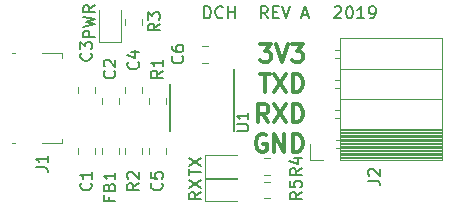
<source format=gbr>
G04 #@! TF.GenerationSoftware,KiCad,Pcbnew,(5.1.4)-1*
G04 #@! TF.CreationDate,2019-11-14T00:10:30-06:00*
G04 #@! TF.ProjectId,USB_Serial,5553425f-5365-4726-9961-6c2e6b696361,rev?*
G04 #@! TF.SameCoordinates,Original*
G04 #@! TF.FileFunction,Legend,Top*
G04 #@! TF.FilePolarity,Positive*
%FSLAX46Y46*%
G04 Gerber Fmt 4.6, Leading zero omitted, Abs format (unit mm)*
G04 Created by KiCad (PCBNEW (5.1.4)-1) date 2019-11-14 00:10:30*
%MOMM*%
%LPD*%
G04 APERTURE LIST*
%ADD10C,0.152400*%
%ADD11C,0.300000*%
%ADD12C,0.120000*%
%ADD13C,0.150000*%
G04 APERTURE END LIST*
D10*
X171508285Y-65040380D02*
X171556666Y-64992000D01*
X171653428Y-64943619D01*
X171895333Y-64943619D01*
X171992095Y-64992000D01*
X172040476Y-65040380D01*
X172088857Y-65137142D01*
X172088857Y-65233904D01*
X172040476Y-65379047D01*
X171459904Y-65959619D01*
X172088857Y-65959619D01*
X172717809Y-64943619D02*
X172814571Y-64943619D01*
X172911333Y-64992000D01*
X172959714Y-65040380D01*
X173008095Y-65137142D01*
X173056476Y-65330666D01*
X173056476Y-65572571D01*
X173008095Y-65766095D01*
X172959714Y-65862857D01*
X172911333Y-65911238D01*
X172814571Y-65959619D01*
X172717809Y-65959619D01*
X172621047Y-65911238D01*
X172572666Y-65862857D01*
X172524285Y-65766095D01*
X172475904Y-65572571D01*
X172475904Y-65330666D01*
X172524285Y-65137142D01*
X172572666Y-65040380D01*
X172621047Y-64992000D01*
X172717809Y-64943619D01*
X174024095Y-65959619D02*
X173443523Y-65959619D01*
X173733809Y-65959619D02*
X173733809Y-64943619D01*
X173637047Y-65088761D01*
X173540285Y-65185523D01*
X173443523Y-65233904D01*
X174507904Y-65959619D02*
X174701428Y-65959619D01*
X174798190Y-65911238D01*
X174846571Y-65862857D01*
X174943333Y-65717714D01*
X174991714Y-65524190D01*
X174991714Y-65137142D01*
X174943333Y-65040380D01*
X174894952Y-64992000D01*
X174798190Y-64943619D01*
X174604666Y-64943619D01*
X174507904Y-64992000D01*
X174459523Y-65040380D01*
X174411142Y-65137142D01*
X174411142Y-65379047D01*
X174459523Y-65475809D01*
X174507904Y-65524190D01*
X174604666Y-65572571D01*
X174798190Y-65572571D01*
X174894952Y-65524190D01*
X174943333Y-65475809D01*
X174991714Y-65379047D01*
X165846952Y-65959619D02*
X165508285Y-65475809D01*
X165266380Y-65959619D02*
X165266380Y-64943619D01*
X165653428Y-64943619D01*
X165750190Y-64992000D01*
X165798571Y-65040380D01*
X165846952Y-65137142D01*
X165846952Y-65282285D01*
X165798571Y-65379047D01*
X165750190Y-65427428D01*
X165653428Y-65475809D01*
X165266380Y-65475809D01*
X166282380Y-65427428D02*
X166621047Y-65427428D01*
X166766190Y-65959619D02*
X166282380Y-65959619D01*
X166282380Y-64943619D01*
X166766190Y-64943619D01*
X167056476Y-64943619D02*
X167395142Y-65959619D01*
X167733809Y-64943619D01*
X168798190Y-65669333D02*
X169282000Y-65669333D01*
X168701428Y-65959619D02*
X169040095Y-64943619D01*
X169378761Y-65959619D01*
X160443714Y-65959619D02*
X160443714Y-64943619D01*
X160685619Y-64943619D01*
X160830761Y-64992000D01*
X160927523Y-65088761D01*
X160975904Y-65185523D01*
X161024285Y-65379047D01*
X161024285Y-65524190D01*
X160975904Y-65717714D01*
X160927523Y-65814476D01*
X160830761Y-65911238D01*
X160685619Y-65959619D01*
X160443714Y-65959619D01*
X162040285Y-65862857D02*
X161991904Y-65911238D01*
X161846761Y-65959619D01*
X161750000Y-65959619D01*
X161604857Y-65911238D01*
X161508095Y-65814476D01*
X161459714Y-65717714D01*
X161411333Y-65524190D01*
X161411333Y-65379047D01*
X161459714Y-65185523D01*
X161508095Y-65088761D01*
X161604857Y-64992000D01*
X161750000Y-64943619D01*
X161846761Y-64943619D01*
X161991904Y-64992000D01*
X162040285Y-65040380D01*
X162475714Y-65959619D02*
X162475714Y-64943619D01*
X162475714Y-65427428D02*
X163056285Y-65427428D01*
X163056285Y-65959619D02*
X163056285Y-64943619D01*
D11*
X165687142Y-75850000D02*
X165544285Y-75778571D01*
X165330000Y-75778571D01*
X165115714Y-75850000D01*
X164972857Y-75992857D01*
X164901428Y-76135714D01*
X164830000Y-76421428D01*
X164830000Y-76635714D01*
X164901428Y-76921428D01*
X164972857Y-77064285D01*
X165115714Y-77207142D01*
X165330000Y-77278571D01*
X165472857Y-77278571D01*
X165687142Y-77207142D01*
X165758571Y-77135714D01*
X165758571Y-76635714D01*
X165472857Y-76635714D01*
X166401428Y-77278571D02*
X166401428Y-75778571D01*
X167258571Y-77278571D01*
X167258571Y-75778571D01*
X167972857Y-77278571D02*
X167972857Y-75778571D01*
X168330000Y-75778571D01*
X168544285Y-75850000D01*
X168687142Y-75992857D01*
X168758571Y-76135714D01*
X168830000Y-76421428D01*
X168830000Y-76635714D01*
X168758571Y-76921428D01*
X168687142Y-77064285D01*
X168544285Y-77207142D01*
X168330000Y-77278571D01*
X167972857Y-77278571D01*
X165187143Y-68158571D02*
X166115714Y-68158571D01*
X165615714Y-68730000D01*
X165830000Y-68730000D01*
X165972857Y-68801428D01*
X166044286Y-68872857D01*
X166115714Y-69015714D01*
X166115714Y-69372857D01*
X166044286Y-69515714D01*
X165972857Y-69587142D01*
X165830000Y-69658571D01*
X165401428Y-69658571D01*
X165258571Y-69587142D01*
X165187143Y-69515714D01*
X166544286Y-68158571D02*
X167044286Y-69658571D01*
X167544286Y-68158571D01*
X167901428Y-68158571D02*
X168830000Y-68158571D01*
X168330000Y-68730000D01*
X168544286Y-68730000D01*
X168687143Y-68801428D01*
X168758571Y-68872857D01*
X168830000Y-69015714D01*
X168830000Y-69372857D01*
X168758571Y-69515714D01*
X168687143Y-69587142D01*
X168544286Y-69658571D01*
X168115714Y-69658571D01*
X167972857Y-69587142D01*
X167901428Y-69515714D01*
X165901429Y-74758571D02*
X165401429Y-74044285D01*
X165044286Y-74758571D02*
X165044286Y-73258571D01*
X165615714Y-73258571D01*
X165758571Y-73330000D01*
X165830000Y-73401428D01*
X165901429Y-73544285D01*
X165901429Y-73758571D01*
X165830000Y-73901428D01*
X165758571Y-73972857D01*
X165615714Y-74044285D01*
X165044286Y-74044285D01*
X166401429Y-73258571D02*
X167401429Y-74758571D01*
X167401429Y-73258571D02*
X166401429Y-74758571D01*
X167972857Y-74758571D02*
X167972857Y-73258571D01*
X168330000Y-73258571D01*
X168544286Y-73330000D01*
X168687143Y-73472857D01*
X168758571Y-73615714D01*
X168830000Y-73901428D01*
X168830000Y-74115714D01*
X168758571Y-74401428D01*
X168687143Y-74544285D01*
X168544286Y-74687142D01*
X168330000Y-74758571D01*
X167972857Y-74758571D01*
X165187142Y-70678571D02*
X166044285Y-70678571D01*
X165615714Y-72178571D02*
X165615714Y-70678571D01*
X166401428Y-70678571D02*
X167401428Y-72178571D01*
X167401428Y-70678571D02*
X166401428Y-72178571D01*
X167972857Y-72178571D02*
X167972857Y-70678571D01*
X168330000Y-70678571D01*
X168544285Y-70750000D01*
X168687142Y-70892857D01*
X168758571Y-71035714D01*
X168830000Y-71321428D01*
X168830000Y-71535714D01*
X168758571Y-71821428D01*
X168687142Y-71964285D01*
X168544285Y-72107142D01*
X168330000Y-72178571D01*
X167972857Y-72178571D01*
D12*
X165491422Y-81210000D02*
X166008578Y-81210000D01*
X165491422Y-79790000D02*
X166008578Y-79790000D01*
X165491422Y-79210000D02*
X166008578Y-79210000D01*
X165491422Y-77790000D02*
X166008578Y-77790000D01*
X155210000Y-66508578D02*
X155210000Y-65991422D01*
X153790000Y-66508578D02*
X153790000Y-65991422D01*
X153460000Y-67935000D02*
X153460000Y-65250000D01*
X151540000Y-67935000D02*
X153460000Y-67935000D01*
X151540000Y-65250000D02*
X151540000Y-67935000D01*
X170500000Y-77930000D02*
X169390000Y-77930000D01*
X169390000Y-77930000D02*
X169390000Y-76600000D01*
X180590000Y-77930000D02*
X180590000Y-67650000D01*
X180590000Y-67650000D02*
X171960000Y-67650000D01*
X171960000Y-77930000D02*
X171960000Y-67650000D01*
X180590000Y-77930000D02*
X171960000Y-77930000D01*
X180590000Y-70250000D02*
X171960000Y-70250000D01*
X180590000Y-72790000D02*
X171960000Y-72790000D01*
X180590000Y-75330000D02*
X171960000Y-75330000D01*
X171960000Y-68620000D02*
X171550000Y-68620000D01*
X171960000Y-69340000D02*
X171550000Y-69340000D01*
X171960000Y-71160000D02*
X171550000Y-71160000D01*
X171960000Y-71880000D02*
X171550000Y-71880000D01*
X171960000Y-73700000D02*
X171550000Y-73700000D01*
X171960000Y-74420000D02*
X171550000Y-74420000D01*
X171960000Y-76240000D02*
X171610000Y-76240000D01*
X171960000Y-76960000D02*
X171610000Y-76960000D01*
X180590000Y-75448100D02*
X171960000Y-75448100D01*
X180590000Y-75566195D02*
X171960000Y-75566195D01*
X180590000Y-75684290D02*
X171960000Y-75684290D01*
X180590000Y-75802385D02*
X171960000Y-75802385D01*
X180590000Y-75920480D02*
X171960000Y-75920480D01*
X180590000Y-76038575D02*
X171960000Y-76038575D01*
X180590000Y-76156670D02*
X171960000Y-76156670D01*
X180590000Y-76274765D02*
X171960000Y-76274765D01*
X180590000Y-76392860D02*
X171960000Y-76392860D01*
X180590000Y-76510955D02*
X171960000Y-76510955D01*
X180590000Y-76629050D02*
X171960000Y-76629050D01*
X180590000Y-76747145D02*
X171960000Y-76747145D01*
X180590000Y-76865240D02*
X171960000Y-76865240D01*
X180590000Y-76983335D02*
X171960000Y-76983335D01*
X180590000Y-77101430D02*
X171960000Y-77101430D01*
X180590000Y-77219525D02*
X171960000Y-77219525D01*
X180590000Y-77337620D02*
X171960000Y-77337620D01*
X180590000Y-77455715D02*
X171960000Y-77455715D01*
X180590000Y-77573810D02*
X171960000Y-77573810D01*
X180590000Y-77691905D02*
X171960000Y-77691905D01*
X180590000Y-77810000D02*
X171960000Y-77810000D01*
X155210000Y-72321078D02*
X155210000Y-71803922D01*
X153790000Y-72321078D02*
X153790000Y-71803922D01*
X155790000Y-72741422D02*
X155790000Y-73258578D01*
X157210000Y-72741422D02*
X157210000Y-73258578D01*
X149790000Y-71741422D02*
X149790000Y-72258578D01*
X151210000Y-71741422D02*
X151210000Y-72258578D01*
X153210000Y-73196078D02*
X153210000Y-72678922D01*
X151790000Y-73196078D02*
X151790000Y-72678922D01*
X151210000Y-77446078D02*
X151210000Y-76928922D01*
X149790000Y-77446078D02*
X149790000Y-76928922D01*
X151790000Y-76928922D02*
X151790000Y-77446078D01*
X153210000Y-76928922D02*
X153210000Y-77446078D01*
X160565000Y-81460000D02*
X163250000Y-81460000D01*
X160565000Y-79540000D02*
X160565000Y-81460000D01*
X163250000Y-79540000D02*
X160565000Y-79540000D01*
X160565000Y-79460000D02*
X163250000Y-79460000D01*
X160565000Y-77540000D02*
X160565000Y-79460000D01*
X163250000Y-77540000D02*
X160565000Y-77540000D01*
X160241422Y-69710000D02*
X160758578Y-69710000D01*
X160241422Y-68290000D02*
X160758578Y-68290000D01*
X155790000Y-76928922D02*
X155790000Y-77446078D01*
X157210000Y-76928922D02*
X157210000Y-77446078D01*
X153790000Y-76928922D02*
X153790000Y-77446078D01*
X155210000Y-76928922D02*
X155210000Y-77446078D01*
D13*
X162975000Y-70225000D02*
X162975000Y-75500000D01*
X157575000Y-71500000D02*
X157575000Y-75500000D01*
D12*
X144150000Y-68940000D02*
X144410000Y-68940000D01*
X146690000Y-68940000D02*
X148460000Y-68940000D01*
X148460000Y-68940000D02*
X148460000Y-69320000D01*
X148460000Y-76560000D02*
X146690000Y-76560000D01*
X144410000Y-76560000D02*
X144150000Y-76560000D01*
X148460000Y-76560000D02*
X148460000Y-76180000D01*
D13*
X168702380Y-80666666D02*
X168226190Y-81000000D01*
X168702380Y-81238095D02*
X167702380Y-81238095D01*
X167702380Y-80857142D01*
X167750000Y-80761904D01*
X167797619Y-80714285D01*
X167892857Y-80666666D01*
X168035714Y-80666666D01*
X168130952Y-80714285D01*
X168178571Y-80761904D01*
X168226190Y-80857142D01*
X168226190Y-81238095D01*
X167702380Y-79761904D02*
X167702380Y-80238095D01*
X168178571Y-80285714D01*
X168130952Y-80238095D01*
X168083333Y-80142857D01*
X168083333Y-79904761D01*
X168130952Y-79809523D01*
X168178571Y-79761904D01*
X168273809Y-79714285D01*
X168511904Y-79714285D01*
X168607142Y-79761904D01*
X168654761Y-79809523D01*
X168702380Y-79904761D01*
X168702380Y-80142857D01*
X168654761Y-80238095D01*
X168607142Y-80285714D01*
X168702380Y-78666666D02*
X168226190Y-79000000D01*
X168702380Y-79238095D02*
X167702380Y-79238095D01*
X167702380Y-78857142D01*
X167750000Y-78761904D01*
X167797619Y-78714285D01*
X167892857Y-78666666D01*
X168035714Y-78666666D01*
X168130952Y-78714285D01*
X168178571Y-78761904D01*
X168226190Y-78857142D01*
X168226190Y-79238095D01*
X168035714Y-77809523D02*
X168702380Y-77809523D01*
X167654761Y-78047619D02*
X168369047Y-78285714D01*
X168369047Y-77666666D01*
X156702380Y-66416666D02*
X156226190Y-66750000D01*
X156702380Y-66988095D02*
X155702380Y-66988095D01*
X155702380Y-66607142D01*
X155750000Y-66511904D01*
X155797619Y-66464285D01*
X155892857Y-66416666D01*
X156035714Y-66416666D01*
X156130952Y-66464285D01*
X156178571Y-66511904D01*
X156226190Y-66607142D01*
X156226190Y-66988095D01*
X155702380Y-66083333D02*
X155702380Y-65464285D01*
X156083333Y-65797619D01*
X156083333Y-65654761D01*
X156130952Y-65559523D01*
X156178571Y-65511904D01*
X156273809Y-65464285D01*
X156511904Y-65464285D01*
X156607142Y-65511904D01*
X156654761Y-65559523D01*
X156702380Y-65654761D01*
X156702380Y-65940476D01*
X156654761Y-66035714D01*
X156607142Y-66083333D01*
X151202380Y-67583333D02*
X150202380Y-67583333D01*
X150202380Y-67202380D01*
X150250000Y-67107142D01*
X150297619Y-67059523D01*
X150392857Y-67011904D01*
X150535714Y-67011904D01*
X150630952Y-67059523D01*
X150678571Y-67107142D01*
X150726190Y-67202380D01*
X150726190Y-67583333D01*
X150202380Y-66678571D02*
X151202380Y-66440476D01*
X150488095Y-66250000D01*
X151202380Y-66059523D01*
X150202380Y-65821428D01*
X151202380Y-64869047D02*
X150726190Y-65202380D01*
X151202380Y-65440476D02*
X150202380Y-65440476D01*
X150202380Y-65059523D01*
X150250000Y-64964285D01*
X150297619Y-64916666D01*
X150392857Y-64869047D01*
X150535714Y-64869047D01*
X150630952Y-64916666D01*
X150678571Y-64964285D01*
X150726190Y-65059523D01*
X150726190Y-65440476D01*
X174332380Y-79703333D02*
X175046666Y-79703333D01*
X175189523Y-79750952D01*
X175284761Y-79846190D01*
X175332380Y-79989047D01*
X175332380Y-80084285D01*
X174427619Y-79274761D02*
X174380000Y-79227142D01*
X174332380Y-79131904D01*
X174332380Y-78893809D01*
X174380000Y-78798571D01*
X174427619Y-78750952D01*
X174522857Y-78703333D01*
X174618095Y-78703333D01*
X174760952Y-78750952D01*
X175332380Y-79322380D01*
X175332380Y-78703333D01*
X154952380Y-79916666D02*
X154476190Y-80250000D01*
X154952380Y-80488095D02*
X153952380Y-80488095D01*
X153952380Y-80107142D01*
X154000000Y-80011904D01*
X154047619Y-79964285D01*
X154142857Y-79916666D01*
X154285714Y-79916666D01*
X154380952Y-79964285D01*
X154428571Y-80011904D01*
X154476190Y-80107142D01*
X154476190Y-80488095D01*
X154047619Y-79535714D02*
X154000000Y-79488095D01*
X153952380Y-79392857D01*
X153952380Y-79154761D01*
X154000000Y-79059523D01*
X154047619Y-79011904D01*
X154142857Y-78964285D01*
X154238095Y-78964285D01*
X154380952Y-79011904D01*
X154952380Y-79583333D01*
X154952380Y-78964285D01*
X156952380Y-70416666D02*
X156476190Y-70750000D01*
X156952380Y-70988095D02*
X155952380Y-70988095D01*
X155952380Y-70607142D01*
X156000000Y-70511904D01*
X156047619Y-70464285D01*
X156142857Y-70416666D01*
X156285714Y-70416666D01*
X156380952Y-70464285D01*
X156428571Y-70511904D01*
X156476190Y-70607142D01*
X156476190Y-70988095D01*
X156952380Y-69464285D02*
X156952380Y-70035714D01*
X156952380Y-69750000D02*
X155952380Y-69750000D01*
X156095238Y-69845238D01*
X156190476Y-69940476D01*
X156238095Y-70035714D01*
X150857142Y-68916666D02*
X150904761Y-68964285D01*
X150952380Y-69107142D01*
X150952380Y-69202380D01*
X150904761Y-69345238D01*
X150809523Y-69440476D01*
X150714285Y-69488095D01*
X150523809Y-69535714D01*
X150380952Y-69535714D01*
X150190476Y-69488095D01*
X150095238Y-69440476D01*
X150000000Y-69345238D01*
X149952380Y-69202380D01*
X149952380Y-69107142D01*
X150000000Y-68964285D01*
X150047619Y-68916666D01*
X149952380Y-68583333D02*
X149952380Y-67964285D01*
X150333333Y-68297619D01*
X150333333Y-68154761D01*
X150380952Y-68059523D01*
X150428571Y-68011904D01*
X150523809Y-67964285D01*
X150761904Y-67964285D01*
X150857142Y-68011904D01*
X150904761Y-68059523D01*
X150952380Y-68154761D01*
X150952380Y-68440476D01*
X150904761Y-68535714D01*
X150857142Y-68583333D01*
X152857142Y-70416666D02*
X152904761Y-70464285D01*
X152952380Y-70607142D01*
X152952380Y-70702380D01*
X152904761Y-70845238D01*
X152809523Y-70940476D01*
X152714285Y-70988095D01*
X152523809Y-71035714D01*
X152380952Y-71035714D01*
X152190476Y-70988095D01*
X152095238Y-70940476D01*
X152000000Y-70845238D01*
X151952380Y-70702380D01*
X151952380Y-70607142D01*
X152000000Y-70464285D01*
X152047619Y-70416666D01*
X152047619Y-70035714D02*
X152000000Y-69988095D01*
X151952380Y-69892857D01*
X151952380Y-69654761D01*
X152000000Y-69559523D01*
X152047619Y-69511904D01*
X152142857Y-69464285D01*
X152238095Y-69464285D01*
X152380952Y-69511904D01*
X152952380Y-70083333D01*
X152952380Y-69464285D01*
X150857142Y-79916666D02*
X150904761Y-79964285D01*
X150952380Y-80107142D01*
X150952380Y-80202380D01*
X150904761Y-80345238D01*
X150809523Y-80440476D01*
X150714285Y-80488095D01*
X150523809Y-80535714D01*
X150380952Y-80535714D01*
X150190476Y-80488095D01*
X150095238Y-80440476D01*
X150000000Y-80345238D01*
X149952380Y-80202380D01*
X149952380Y-80107142D01*
X150000000Y-79964285D01*
X150047619Y-79916666D01*
X150952380Y-78964285D02*
X150952380Y-79535714D01*
X150952380Y-79250000D02*
X149952380Y-79250000D01*
X150095238Y-79345238D01*
X150190476Y-79440476D01*
X150238095Y-79535714D01*
X152428571Y-81083333D02*
X152428571Y-81416666D01*
X152952380Y-81416666D02*
X151952380Y-81416666D01*
X151952380Y-80940476D01*
X152428571Y-80226190D02*
X152476190Y-80083333D01*
X152523809Y-80035714D01*
X152619047Y-79988095D01*
X152761904Y-79988095D01*
X152857142Y-80035714D01*
X152904761Y-80083333D01*
X152952380Y-80178571D01*
X152952380Y-80559523D01*
X151952380Y-80559523D01*
X151952380Y-80226190D01*
X152000000Y-80130952D01*
X152047619Y-80083333D01*
X152142857Y-80035714D01*
X152238095Y-80035714D01*
X152333333Y-80083333D01*
X152380952Y-80130952D01*
X152428571Y-80226190D01*
X152428571Y-80559523D01*
X152952380Y-79035714D02*
X152952380Y-79607142D01*
X152952380Y-79321428D02*
X151952380Y-79321428D01*
X152095238Y-79416666D01*
X152190476Y-79511904D01*
X152238095Y-79607142D01*
X160202380Y-80666666D02*
X159726190Y-81000000D01*
X160202380Y-81238095D02*
X159202380Y-81238095D01*
X159202380Y-80857142D01*
X159250000Y-80761904D01*
X159297619Y-80714285D01*
X159392857Y-80666666D01*
X159535714Y-80666666D01*
X159630952Y-80714285D01*
X159678571Y-80761904D01*
X159726190Y-80857142D01*
X159726190Y-81238095D01*
X159202380Y-80333333D02*
X160202380Y-79666666D01*
X159202380Y-79666666D02*
X160202380Y-80333333D01*
X159202380Y-79261904D02*
X159202380Y-78690476D01*
X160202380Y-78976190D02*
X159202380Y-78976190D01*
X159202380Y-78452380D02*
X160202380Y-77785714D01*
X159202380Y-77785714D02*
X160202380Y-78452380D01*
X158607142Y-69166666D02*
X158654761Y-69214285D01*
X158702380Y-69357142D01*
X158702380Y-69452380D01*
X158654761Y-69595238D01*
X158559523Y-69690476D01*
X158464285Y-69738095D01*
X158273809Y-69785714D01*
X158130952Y-69785714D01*
X157940476Y-69738095D01*
X157845238Y-69690476D01*
X157750000Y-69595238D01*
X157702380Y-69452380D01*
X157702380Y-69357142D01*
X157750000Y-69214285D01*
X157797619Y-69166666D01*
X157702380Y-68309523D02*
X157702380Y-68500000D01*
X157750000Y-68595238D01*
X157797619Y-68642857D01*
X157940476Y-68738095D01*
X158130952Y-68785714D01*
X158511904Y-68785714D01*
X158607142Y-68738095D01*
X158654761Y-68690476D01*
X158702380Y-68595238D01*
X158702380Y-68404761D01*
X158654761Y-68309523D01*
X158607142Y-68261904D01*
X158511904Y-68214285D01*
X158273809Y-68214285D01*
X158178571Y-68261904D01*
X158130952Y-68309523D01*
X158083333Y-68404761D01*
X158083333Y-68595238D01*
X158130952Y-68690476D01*
X158178571Y-68738095D01*
X158273809Y-68785714D01*
X156857142Y-79916666D02*
X156904761Y-79964285D01*
X156952380Y-80107142D01*
X156952380Y-80202380D01*
X156904761Y-80345238D01*
X156809523Y-80440476D01*
X156714285Y-80488095D01*
X156523809Y-80535714D01*
X156380952Y-80535714D01*
X156190476Y-80488095D01*
X156095238Y-80440476D01*
X156000000Y-80345238D01*
X155952380Y-80202380D01*
X155952380Y-80107142D01*
X156000000Y-79964285D01*
X156047619Y-79916666D01*
X155952380Y-79011904D02*
X155952380Y-79488095D01*
X156428571Y-79535714D01*
X156380952Y-79488095D01*
X156333333Y-79392857D01*
X156333333Y-79154761D01*
X156380952Y-79059523D01*
X156428571Y-79011904D01*
X156523809Y-78964285D01*
X156761904Y-78964285D01*
X156857142Y-79011904D01*
X156904761Y-79059523D01*
X156952380Y-79154761D01*
X156952380Y-79392857D01*
X156904761Y-79488095D01*
X156857142Y-79535714D01*
X154857142Y-69666666D02*
X154904761Y-69714285D01*
X154952380Y-69857142D01*
X154952380Y-69952380D01*
X154904761Y-70095238D01*
X154809523Y-70190476D01*
X154714285Y-70238095D01*
X154523809Y-70285714D01*
X154380952Y-70285714D01*
X154190476Y-70238095D01*
X154095238Y-70190476D01*
X154000000Y-70095238D01*
X153952380Y-69952380D01*
X153952380Y-69857142D01*
X154000000Y-69714285D01*
X154047619Y-69666666D01*
X154285714Y-68809523D02*
X154952380Y-68809523D01*
X153904761Y-69047619D02*
X154619047Y-69285714D01*
X154619047Y-68666666D01*
X163202380Y-75511904D02*
X164011904Y-75511904D01*
X164107142Y-75464285D01*
X164154761Y-75416666D01*
X164202380Y-75321428D01*
X164202380Y-75130952D01*
X164154761Y-75035714D01*
X164107142Y-74988095D01*
X164011904Y-74940476D01*
X163202380Y-74940476D01*
X164202380Y-73940476D02*
X164202380Y-74511904D01*
X164202380Y-74226190D02*
X163202380Y-74226190D01*
X163345238Y-74321428D01*
X163440476Y-74416666D01*
X163488095Y-74511904D01*
X146202380Y-78583333D02*
X146916666Y-78583333D01*
X147059523Y-78630952D01*
X147154761Y-78726190D01*
X147202380Y-78869047D01*
X147202380Y-78964285D01*
X147202380Y-77583333D02*
X147202380Y-78154761D01*
X147202380Y-77869047D02*
X146202380Y-77869047D01*
X146345238Y-77964285D01*
X146440476Y-78059523D01*
X146488095Y-78154761D01*
M02*

</source>
